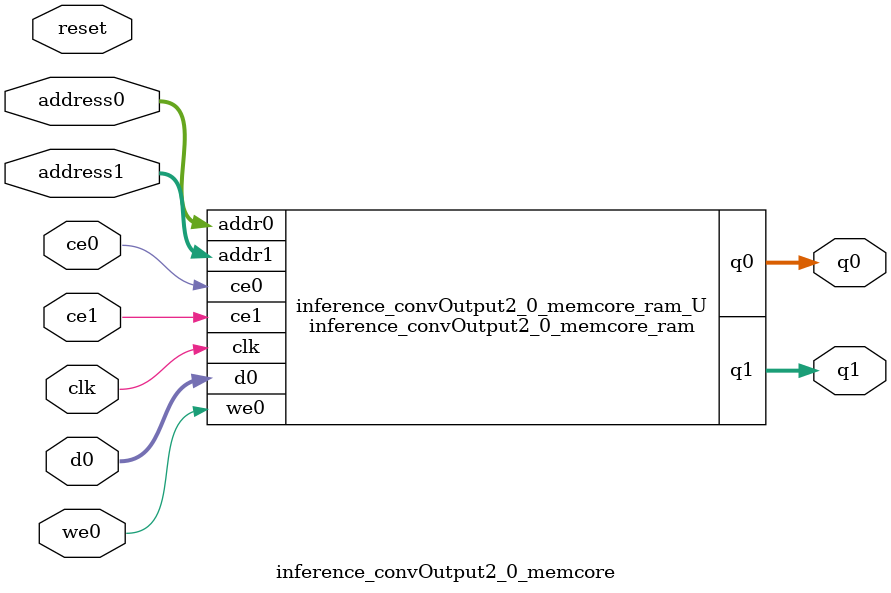
<source format=v>

`timescale 1 ns / 1 ps
module inference_convOutput2_0_memcore_ram (addr0, ce0, d0, we0, q0, addr1, ce1, q1,  clk);

parameter DWIDTH = 32;
parameter AWIDTH = 10;
parameter MEM_SIZE = 800;

input[AWIDTH-1:0] addr0;
input ce0;
input[DWIDTH-1:0] d0;
input we0;
output reg[DWIDTH-1:0] q0;
input[AWIDTH-1:0] addr1;
input ce1;
output reg[DWIDTH-1:0] q1;
input clk;

(* ram_style = "block" *)reg [DWIDTH-1:0] ram[MEM_SIZE-1:0];




always @(posedge clk)  
begin 
    if (ce0) 
    begin
        if (we0) 
        begin 
            ram[addr0] <= d0; 
            q0 <= d0;
        end 
        else 
            q0 <= ram[addr0];
    end
end


always @(posedge clk)  
begin 
    if (ce1) 
    begin
            q1 <= ram[addr1];
    end
end


endmodule


`timescale 1 ns / 1 ps
module inference_convOutput2_0_memcore(
    reset,
    clk,
    address0,
    ce0,
    we0,
    d0,
    q0,
    address1,
    ce1,
    q1);

parameter DataWidth = 32'd32;
parameter AddressRange = 32'd800;
parameter AddressWidth = 32'd10;
input reset;
input clk;
input[AddressWidth - 1:0] address0;
input ce0;
input we0;
input[DataWidth - 1:0] d0;
output[DataWidth - 1:0] q0;
input[AddressWidth - 1:0] address1;
input ce1;
output[DataWidth - 1:0] q1;



inference_convOutput2_0_memcore_ram inference_convOutput2_0_memcore_ram_U(
    .clk( clk ),
    .addr0( address0 ),
    .ce0( ce0 ),
    .d0( d0 ),
    .we0( we0 ),
    .q0( q0 ),
    .addr1( address1 ),
    .ce1( ce1 ),
    .q1( q1 ));

endmodule


</source>
